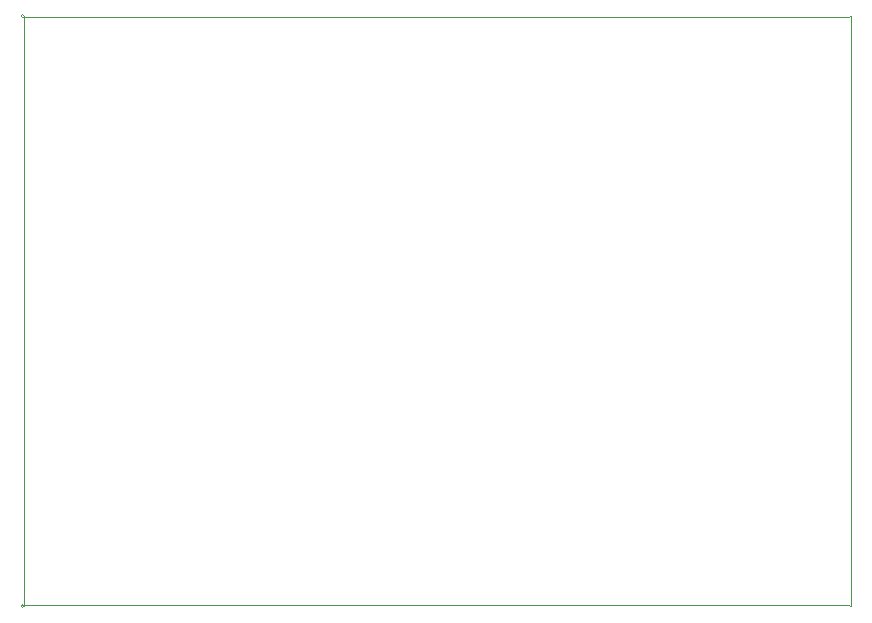
<source format=gbr>
G04 Layer_Color=0*
%FSLAX42Y42*%
%MOMM*%
%TF.FileFunction,Profile,NP*%
%TF.Part,Single*%
G01*
G75*
%TA.AperFunction,Profile*%
%ADD76C,0.03*%
D76*
X-13Y0D02*
G02*
X0Y13I13J0D01*
G01*
X7000D01*
D02*
G02*
X7013Y0I0J-13D01*
G01*
Y5000D01*
D02*
G02*
X7000Y4987I-13J0D01*
G01*
X0D01*
D02*
G02*
X-13Y5000I0J13D01*
G01*
D02*
G02*
X0Y5013I13J0D01*
G01*
D02*
G02*
X13Y5000I0J-13D01*
G01*
Y0D01*
D02*
G02*
X0Y-13I-13J0D01*
G01*
D02*
G02*
X-13Y0I0J13D01*
G01*
%TF.MD5,0d787b3f480082925e109ebf8bc15737*%
M02*

</source>
